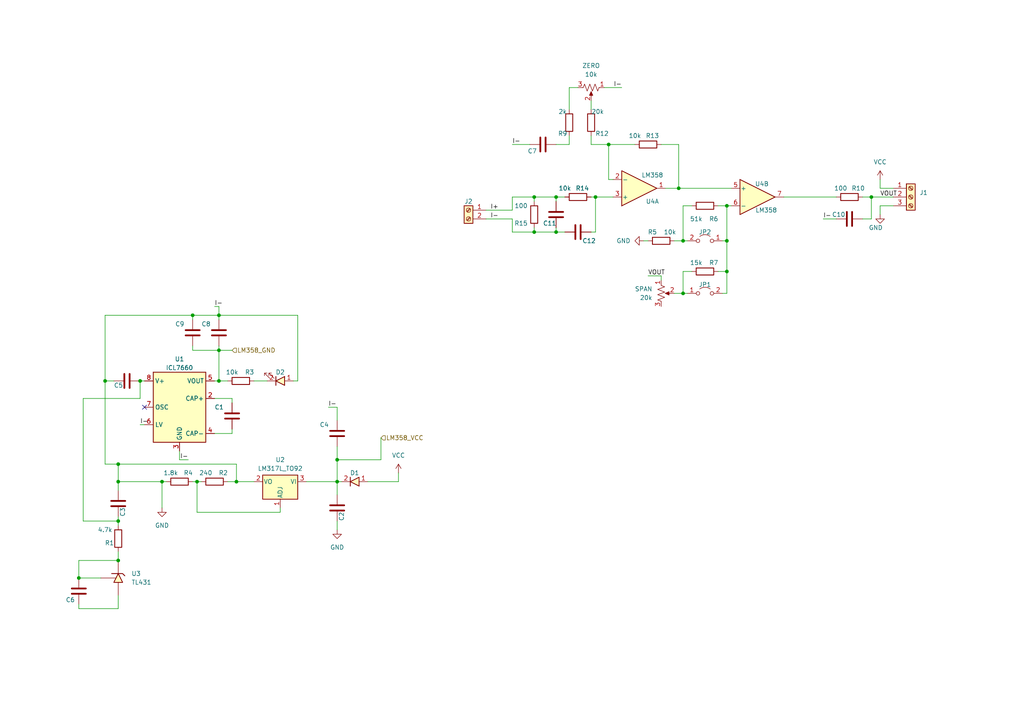
<source format=kicad_sch>
(kicad_sch (version 20230121) (generator eeschema)
  (paper "A4")
  (lib_symbols
    (symbol "Amplifier_Operational:LM358" (pin_names (offset 0.127))
      (property "Reference" "U" (at 0 5.08 0))
      (property "Value" "LM358" (at 0 -5.08 0))
      (symbol "LM358_1_1"
        (polyline (pts (xy -5.08 5.08) (xy 5.08 0) (xy -5.08 -5.08) (xy -5.08 5.08)) (stroke (width 0.254)) (fill (type background)))
        (pin output line (at 7.62 0 180) (length 2.54) (name "~") (number "1"))
        (pin input line (at -7.62 -2.54 0) (length 2.54) (name "-") (number "2"))
        (pin input line (at -7.62 2.54 0) (length 2.54) (name "+") (number "3"))
      )
      (symbol "LM358_2_1"
        (polyline (pts (xy -5.08 5.08) (xy 5.08 0) (xy -5.08 -5.08) (xy -5.08 5.08)) (stroke (width 0.254)) (fill (type background)))
        (pin input line (at -7.62 2.54 0) (length 2.54) (name "+") (number "5"))
        (pin input line (at -7.62 -2.54 0) (length 2.54) (name "-") (number "6"))
        (pin output line (at 7.62 0 180) (length 2.54) (name "~") (number "7"))
      )
      (symbol "LM358_3_1"
        (pin power_in line (at -2.54 -7.62 90) (length 3.81) (name "V-") (number "4"))
        (pin power_in line (at -2.54 7.62 270) (length 3.81) (name "V+") (number "8"))
      )
    )
    (symbol "Device:C" (pin_numbers hide) (pin_names (offset 0.254))
      (property "Reference" "C" (at 0.635 2.54 0))
      (property "Value" "C" (at 0.635 -2.54 0))
      (symbol "C_0_1"
        (polyline (pts (xy -2.032 -0.762) (xy 2.032 -0.762)) (stroke (width 0.508)))
        (polyline (pts (xy -2.032 0.762) (xy 2.032 0.762)) (stroke (width 0.508)))
      )
      (symbol "C_1_1"
        (pin passive line (at 0 3.81 270) (length 2.794) (name "~") (number "1"))
        (pin passive line (at 0 -3.81 90) (length 2.794) (name "~") (number "2"))
      )
    )
    (symbol "Device:R" (pin_numbers hide) (pin_names (offset 0))
      (property "Reference" "R" (at 2.032 0 90))
      (property "Value" "R" (at 0 0 90))
      (symbol "R_0_1"
        (rectangle (start -1.016 -2.54) (end 1.016 2.54) (stroke (width 0.254)))
      )
      (symbol "R_1_1"
        (pin passive line (at 0 3.81 270) (length 1.27) (name "~") (number "1"))
        (pin passive line (at 0 -3.81 90) (length 1.27) (name "~") (number "2"))
      )
    )
    (symbol "Device:R_Potentiometer_US" (pin_names (offset 1.016) hide)
      (property "Reference" "RV" (at -4.445 0 90))
      (property "Value" "R_Potentiometer_US" (at -2.54 0 90))
      (symbol "R_Potentiometer_US_0_1"
        (polyline (pts (xy 0 -2.286) (xy 0 -2.54)))
        (polyline (pts (xy 0 2.54) (xy 0 2.286)))
        (polyline (pts (xy 2.54 0) (xy 1.524 0)))
        (polyline (pts (xy 1.143 0) (xy 2.286 0.508) (xy 2.286 -0.508) (xy 1.143 0)) (fill (type outline)))
        (polyline (pts (xy 0 -0.762) (xy 1.016 -1.143) (xy 0 -1.524) (xy -1.016 -1.905) (xy 0 -2.286)))
        (polyline (pts (xy 0 0.762) (xy 1.016 0.381) (xy 0 0) (xy -1.016 -0.381) (xy 0 -0.762)))
        (polyline (pts (xy 0 2.286) (xy 1.016 1.905) (xy 0 1.524) (xy -1.016 1.143) (xy 0 0.762)))
      )
      (symbol "R_Potentiometer_US_1_1"
        (pin passive line (at 0 3.81 270) (length 1.27) (name "1") (number "1"))
        (pin passive line (at 3.81 0 180) (length 1.27) (name "2") (number "2"))
        (pin passive line (at 0 -3.81 90) (length 1.27) (name "3") (number "3"))
      )
    )
    (symbol "IVS_SYMBOLS:D_Diode"
      (property "Reference" "D" (at 0 2.54 0))
      (property "Value" "D_Diode" (at 0 -2.54 0))
      (symbol "D_Diode_0_1"
        (polyline (pts (xy 0 1.27) (xy 0 -1.27)) (stroke (width 0.254)))
        (polyline (pts (xy 2.54 1.27) (xy 2.54 -1.27) (xy 0 0) (xy 2.54 1.27)) (stroke (width 0.254)) (fill (type background)))
      )
      (symbol "D_Diode_1_1"
        (pin passive line (at 5.08 0 180) (length 2.54) (name "") (number "1"))
        (pin passive line (at -2.54 0 0) (length 2.54) (name "") (number "2"))
      )
    )
    (symbol "IVS_SYMBOLS:Led"
      (property "Reference" "LE" (at 0.508 -2.794 0))
      (property "Value" "Led" (at -0.254 2.794 0))
      (symbol "Led_0_1"
        (polyline (pts (xy 0 -1.27) (xy 0 1.27)) (stroke (width 0.254)))
        (polyline (pts (xy 2.54 -1.27) (xy 2.54 1.27) (xy 0 0) (xy 2.54 -1.27)) (stroke (width 0.254)) (fill (type background)))
        (polyline (pts (xy -1.778 -0.762) (xy -3.302 -2.286) (xy -2.54 -2.286) (xy -3.302 -2.286) (xy -3.302 -1.524)))
        (polyline (pts (xy -0.508 -0.762) (xy -2.032 -2.286) (xy -1.27 -2.286) (xy -2.032 -2.286) (xy -2.032 -1.524)))
      )
      (symbol "Led_1_1"
        (pin passive line (at 5.08 0 180) (length 2.54) (name "") (number "1"))
        (pin passive line (at -2.54 0 0) (length 2.54) (name "") (number "2"))
      )
    )
    (symbol "IVS_SYMBOLS:Screw_Terminal_01x02" (pin_names (offset 1.016) hide)
      (property "Reference" "J" (at 0 2.54 0))
      (property "Value" "Screw_Terminal_01x02" (at 0 -5.08 0))
      (symbol "Screw_Terminal_01x02_1_1"
        (rectangle (start -1.27 1.27) (end 1.27 -3.81) (stroke (width 0.254)) (fill (type background)))
        (circle (center 0 -2.54) (radius 0.635) (stroke (width 0.1524)))
        (polyline (pts (xy -0.5334 -2.2098) (xy 0.3302 -3.048)) (stroke (width 0.1524)))
        (polyline (pts (xy -0.5334 0.3302) (xy 0.3302 -0.508)) (stroke (width 0.1524)))
        (polyline (pts (xy -0.3556 -2.032) (xy 0.508 -2.8702)) (stroke (width 0.1524)))
        (polyline (pts (xy -0.3556 0.508) (xy 0.508 -0.3302)) (stroke (width 0.1524)))
        (circle (center 0 0) (radius 0.635) (stroke (width 0.1524)))
        (pin passive line (at -5.08 0 0) (length 3.81) (name "Pin_1") (number "1"))
        (pin passive line (at -5.08 -2.54 0) (length 3.81) (name "Pin_2") (number "2"))
      )
    )
    (symbol "IVS_SYMBOLS:Screw_Terminal_01x03" (pin_names (offset 1.016) hide)
      (property "Reference" "J" (at 0 5.08 0))
      (property "Value" "Screw_Terminal_01x03" (at 0 -5.08 0))
      (symbol "Screw_Terminal_01x03_1_1"
        (rectangle (start -1.27 3.81) (end 1.27 -3.81) (stroke (width 0.254)) (fill (type background)))
        (circle (center 0 -2.54) (radius 0.635) (stroke (width 0.1524)))
        (polyline (pts (xy -0.5334 -2.2098) (xy 0.3302 -3.048)) (stroke (width 0.1524)))
        (polyline (pts (xy -0.5334 0.3302) (xy 0.3302 -0.508)) (stroke (width 0.1524)))
        (polyline (pts (xy -0.5334 2.8702) (xy 0.3302 2.032)) (stroke (width 0.1524)))
        (polyline (pts (xy -0.3556 -2.032) (xy 0.508 -2.8702)) (stroke (width 0.1524)))
        (polyline (pts (xy -0.3556 0.508) (xy 0.508 -0.3302)) (stroke (width 0.1524)))
        (polyline (pts (xy -0.3556 3.048) (xy 0.508 2.2098)) (stroke (width 0.1524)))
        (circle (center 0 0) (radius 0.635) (stroke (width 0.1524)))
        (circle (center 0 2.54) (radius 0.635) (stroke (width 0.1524)))
        (pin passive line (at -5.08 2.54 0) (length 3.81) (name "Pin_1") (number "1"))
        (pin passive line (at -5.08 0 0) (length 3.81) (name "Pin_2") (number "2"))
        (pin passive line (at -5.08 -2.54 0) (length 3.81) (name "Pin_3") (number "3"))
      )
    )
    (symbol "IVS_SYMBOLS:TL431" (pin_numbers hide) (pin_names hide)
      (property "Reference" "U" (at 5.08 2.54 0))
      (property "Value" "TL431" (at 5.08 0 0))
      (symbol "TL431_0_1"
        (polyline (pts (xy -1.905 1.27) (xy 1.27 1.27) (xy 1.905 0.635)) (stroke (width 0.254)))
        (polyline (pts (xy 0 1.27) (xy -1.27 -1.27) (xy 0.635 -1.27) (xy 1.27 -1.27) (xy 0 1.27)) (stroke (width 0.254)) (fill (type background)))
      )
      (symbol "TL431_1_1"
        (pin passive line (at 0 5.08 270) (length 3.81) (name "K") (number "1"))
        (pin passive line (at -5.08 0 0) (length 4.5) (name "REF") (number "2"))
        (pin passive line (at 0 -5.08 90) (length 3.81) (name "A") (number "3"))
      )
    )
    (symbol "Jumper:Jumper_2_Open" (pin_names (offset 0) hide)
      (property "Reference" "JP" (at 0 2.794 0))
      (property "Value" "Jumper_2_Open" (at 0 -2.286 0))
      (symbol "Jumper_2_Open_0_0"
        (circle (center -2.032 0) (radius 0.508))
        (circle (center 2.032 0) (radius 0.508))
      )
      (symbol "Jumper_2_Open_0_1"
        (arc (start 1.524 1.27) (mid 0 1.778) (end -1.524 1.27))
      )
      (symbol "Jumper_2_Open_1_1"
        (pin passive line (at -5.08 0 0) (length 2.54) (name "A") (number "1"))
        (pin passive line (at 5.08 0 180) (length 2.54) (name "B") (number "2"))
      )
    )
    (symbol "Regulator_Linear:LM317L_TO92" (pin_names (offset 0.254))
      (property "Reference" "U" (at -3.81 3.175 0))
      (property "Value" "LM317L_TO92" (at 0 3.175 0))
      (symbol "LM317L_TO92_0_1"
        (rectangle (start -5.08 1.905) (end 5.08 -5.08) (stroke (width 0.254)) (fill (type background)))
      )
      (symbol "LM317L_TO92_1_1"
        (pin input line (at 0 -7.62 90) (length 2.54) (name "ADJ") (number "1"))
        (pin power_out line (at 7.62 0 180) (length 2.54) (name "VO") (number "2"))
        (pin power_in line (at -7.62 0 0) (length 2.54) (name "VI") (number "3"))
      )
    )
    (symbol "Regulator_SwitchedCapacitor:ICL7660"
      (property "Reference" "U" (at -6.35 11.43 0))
      (property "Value" "ICL7660" (at 3.81 11.43 0))
      (symbol "ICL7660_0_1"
        (rectangle (start -7.62 10.16) (end 7.62 -10.16) (stroke (width 0.254)) (fill (type background)))
      )
      (symbol "ICL7660_1_1"
        (pin no_connect line (at -7.62 5.08 0) (length 2.54) hide (name "NC") (number "1"))
        (pin input line (at 10.16 2.54 180) (length 2.54) (name "CAP+") (number "2"))
        (pin power_in line (at 0 -12.7 90) (length 2.54) (name "GND") (number "3"))
        (pin input line (at 10.16 -7.62 180) (length 2.54) (name "CAP-") (number "4"))
        (pin power_out line (at 10.16 7.62 180) (length 2.54) (name "VOUT") (number "5"))
        (pin input line (at -10.16 -5.08 0) (length 2.54) (name "LV") (number "6"))
        (pin input line (at -10.16 0 0) (length 2.54) (name "OSC") (number "7"))
        (pin power_in line (at -10.16 7.62 0) (length 2.54) (name "V+") (number "8"))
      )
    )
    (symbol "power:GND" (power) (pin_names (offset 0))
      (property "Value" "GND" (at 0 -3.81 0))
      (symbol "GND_0_1"
        (polyline (pts (xy 0 0) (xy 0 -1.27) (xy 1.27 -1.27) (xy 0 -2.54) (xy -1.27 -1.27) (xy 0 -1.27)))
      )
      (symbol "GND_1_1"
        (pin power_in line (at 0 0 270) (length 0) hide (name "GND") (number "1"))
      )
    )
    (symbol "power:VCC" (power) (pin_names (offset 0))
      (property "Value" "VCC" (at 0 3.81 0))
      (symbol "VCC_0_1"
        (polyline (pts (xy -0.762 1.27) (xy 0 2.54)))
        (polyline (pts (xy 0 0) (xy 0 2.54)))
        (polyline (pts (xy 0 2.54) (xy 0.762 1.27)))
      )
      (symbol "VCC_1_1"
        (pin power_in line (at 0 0 90) (length 0) hide (name "VCC") (number "1"))
      )
    )
  )
  (junction (at 97.79 133.35))
  (junction (at 22.86 167.64))
  (junction (at 63.5 91.44))
  (junction (at 172.72 57.15))
  (junction (at 154.94 57.15))
  (junction (at 68.58 139.7))
  (junction (at 34.29 151.13))
  (junction (at 210.82 59.69))
  (junction (at 198.12 69.85))
  (junction (at 196.85 54.61))
  (junction (at 63.5 110.49))
  (junction (at 161.29 57.15))
  (junction (at 57.15 139.7))
  (junction (at 55.88 91.44))
  (junction (at 46.99 139.7))
  (junction (at 210.82 78.74))
  (junction (at 176.53 41.91))
  (junction (at 97.79 139.7))
  (junction (at 63.5 101.6))
  (junction (at 210.82 69.85))
  (junction (at 40.64 110.49))
  (junction (at 161.29 67.31))
  (junction (at 34.29 139.7))
  (junction (at 34.29 134.62))
  (junction (at 30.48 110.49))
  (junction (at 154.94 67.31))
  (junction (at 252.73 57.15))
  (junction (at 34.29 162.56))
  (junction (at 198.12 85.09))
  (no_connect (at 41.91 118.11))
  (wire (pts (xy 172.72 57.15) (xy 172.72 67.31)))
  (wire (pts (xy 34.29 151.13) (xy 34.29 152.4)))
  (wire (pts (xy 196.85 54.61) (xy 212.09 54.61)))
  (wire (pts (xy 177.8 52.07) (xy 176.53 52.07)))
  (wire (pts (xy 171.45 29.21) (xy 171.45 31.75)))
  (wire (pts (xy 154.94 67.31) (xy 161.29 67.31)))
  (wire (pts (xy 55.88 101.6) (xy 63.5 101.6)))
  (wire (pts (xy 161.29 57.15) (xy 163.83 57.15)))
  (wire (pts (xy 63.5 100.33) (xy 63.5 101.6)))
  (wire (pts (xy 62.23 110.49) (xy 63.5 110.49)))
  (wire (pts (xy 62.23 88.9) (xy 63.5 88.9)))
  (wire (pts (xy 86.36 91.44) (xy 86.36 110.49)))
  (wire (pts (xy 210.82 69.85) (xy 210.82 78.74)))
  (wire (pts (xy 252.73 57.15) (xy 259.08 57.15)))
  (wire (pts (xy 34.29 134.62) (xy 34.29 139.7)))
  (wire (pts (xy 57.15 139.7) (xy 58.42 139.7)))
  (wire (pts (xy 67.31 125.73) (xy 67.31 124.46)))
  (wire (pts (xy 154.94 67.31) (xy 148.59 67.31)))
  (wire (pts (xy 110.49 133.35) (xy 97.79 133.35)))
  (wire (pts (xy 81.28 148.59) (xy 57.15 148.59)))
  (wire (pts (xy 67.31 115.57) (xy 67.31 116.84)))
  (wire (pts (xy 171.45 57.15) (xy 172.72 57.15)))
  (wire (pts (xy 55.88 91.44) (xy 55.88 92.71)))
  (wire (pts (xy 255.27 52.07) (xy 255.27 54.61)))
  (wire (pts (xy 88.9 139.7) (xy 97.79 139.7)))
  (wire (pts (xy 250.19 57.15) (xy 252.73 57.15)))
  (wire (pts (xy 97.79 121.92) (xy 97.79 118.11)))
  (wire (pts (xy 63.5 91.44) (xy 63.5 92.71)))
  (wire (pts (xy 55.88 100.33) (xy 55.88 101.6)))
  (wire (pts (xy 140.97 63.5) (xy 148.59 63.5)))
  (wire (pts (xy 154.94 67.31) (xy 154.94 66.04)))
  (wire (pts (xy 259.08 59.69) (xy 255.27 59.69)))
  (wire (pts (xy 165.1 41.91) (xy 165.1 39.37)))
  (wire (pts (xy 97.79 139.7) (xy 99.06 139.7)))
  (wire (pts (xy 167.64 25.4) (xy 165.1 25.4)))
  (wire (pts (xy 40.64 115.57) (xy 24.13 115.57)))
  (wire (pts (xy 210.82 59.69) (xy 210.82 69.85)))
  (wire (pts (xy 200.66 59.69) (xy 198.12 59.69)))
  (wire (pts (xy 161.29 57.15) (xy 161.29 58.42)))
  (wire (pts (xy 196.85 41.91) (xy 196.85 54.61)))
  (wire (pts (xy 140.97 60.96) (xy 148.59 60.96)))
  (wire (pts (xy 86.36 110.49) (xy 85.09 110.49)))
  (wire (pts (xy 238.76 63.5) (xy 242.57 63.5)))
  (wire (pts (xy 34.29 139.7) (xy 46.99 139.7)))
  (wire (pts (xy 24.13 115.57) (xy 24.13 151.13)))
  (wire (pts (xy 55.88 91.44) (xy 63.5 91.44)))
  (wire (pts (xy 165.1 25.4) (xy 165.1 31.75)))
  (wire (pts (xy 40.64 123.19) (xy 41.91 123.19)))
  (wire (pts (xy 176.53 52.07) (xy 176.53 41.91)))
  (wire (pts (xy 66.04 139.7) (xy 68.58 139.7)))
  (wire (pts (xy 62.23 125.73) (xy 67.31 125.73)))
  (wire (pts (xy 195.58 85.09) (xy 198.12 85.09)))
  (wire (pts (xy 24.13 151.13) (xy 34.29 151.13)))
  (wire (pts (xy 250.19 63.5) (xy 252.73 63.5)))
  (wire (pts (xy 255.27 59.69) (xy 255.27 62.23)))
  (wire (pts (xy 198.12 78.74) (xy 198.12 85.09)))
  (wire (pts (xy 198.12 69.85) (xy 199.39 69.85)))
  (wire (pts (xy 148.59 60.96) (xy 148.59 57.15)))
  (wire (pts (xy 106.68 139.7) (xy 115.57 139.7)))
  (wire (pts (xy 55.88 139.7) (xy 57.15 139.7)))
  (wire (pts (xy 34.29 149.86) (xy 34.29 151.13)))
  (wire (pts (xy 34.29 160.02) (xy 34.29 162.56)))
  (wire (pts (xy 209.55 69.85) (xy 210.82 69.85)))
  (wire (pts (xy 176.53 41.91) (xy 184.15 41.91)))
  (wire (pts (xy 40.64 110.49) (xy 40.64 115.57)))
  (wire (pts (xy 40.64 110.49) (xy 41.91 110.49)))
  (wire (pts (xy 68.58 134.62) (xy 34.29 134.62)))
  (wire (pts (xy 62.23 115.57) (xy 67.31 115.57)))
  (wire (pts (xy 196.85 54.61) (xy 193.04 54.61)))
  (wire (pts (xy 46.99 139.7) (xy 48.26 139.7)))
  (wire (pts (xy 63.5 101.6) (xy 63.5 110.49)))
  (wire (pts (xy 97.79 133.35) (xy 97.79 139.7)))
  (wire (pts (xy 198.12 69.85) (xy 195.58 69.85)))
  (wire (pts (xy 46.99 139.7) (xy 46.99 147.32)))
  (wire (pts (xy 180.34 25.4) (xy 175.26 25.4)))
  (wire (pts (xy 97.79 129.54) (xy 97.79 133.35)))
  (wire (pts (xy 252.73 63.5) (xy 252.73 57.15)))
  (wire (pts (xy 255.27 54.61) (xy 259.08 54.61)))
  (wire (pts (xy 22.86 176.53) (xy 34.29 176.53)))
  (wire (pts (xy 63.5 88.9) (xy 63.5 91.44)))
  (wire (pts (xy 52.07 133.35) (xy 54.61 133.35)))
  (wire (pts (xy 148.59 41.91) (xy 153.67 41.91)))
  (wire (pts (xy 227.33 57.15) (xy 242.57 57.15)))
  (wire (pts (xy 57.15 148.59) (xy 57.15 139.7)))
  (wire (pts (xy 208.28 78.74) (xy 210.82 78.74)))
  (wire (pts (xy 208.28 59.69) (xy 210.82 59.69)))
  (wire (pts (xy 198.12 59.69) (xy 198.12 69.85)))
  (wire (pts (xy 210.82 59.69) (xy 212.09 59.69)))
  (wire (pts (xy 161.29 67.31) (xy 163.83 67.31)))
  (wire (pts (xy 52.07 130.81) (xy 52.07 133.35)))
  (wire (pts (xy 68.58 139.7) (xy 73.66 139.7)))
  (wire (pts (xy 34.29 162.56) (xy 22.86 162.56)))
  (wire (pts (xy 34.29 172.72) (xy 34.29 176.53)))
  (wire (pts (xy 81.28 147.32) (xy 81.28 148.59)))
  (wire (pts (xy 154.94 57.15) (xy 154.94 58.42)))
  (wire (pts (xy 63.5 110.49) (xy 66.04 110.49)))
  (wire (pts (xy 161.29 67.31) (xy 161.29 66.04)))
  (wire (pts (xy 110.49 127) (xy 110.49 133.35)))
  (wire (pts (xy 30.48 110.49) (xy 33.02 110.49)))
  (wire (pts (xy 148.59 67.31) (xy 148.59 63.5)))
  (wire (pts (xy 172.72 67.31) (xy 171.45 67.31)))
  (wire (pts (xy 209.55 85.09) (xy 210.82 85.09)))
  (wire (pts (xy 95.25 118.11) (xy 97.79 118.11)))
  (wire (pts (xy 34.29 139.7) (xy 34.29 142.24)))
  (wire (pts (xy 172.72 57.15) (xy 177.8 57.15)))
  (wire (pts (xy 187.96 80.01) (xy 191.77 80.01)))
  (wire (pts (xy 191.77 81.28) (xy 191.77 80.01)))
  (wire (pts (xy 161.29 41.91) (xy 165.1 41.91)))
  (wire (pts (xy 210.82 85.09) (xy 210.82 78.74)))
  (wire (pts (xy 22.86 176.53) (xy 22.86 175.26)))
  (wire (pts (xy 22.86 167.64) (xy 29.21 167.64)))
  (wire (pts (xy 30.48 110.49) (xy 30.48 91.44)))
  (wire (pts (xy 30.48 91.44) (xy 55.88 91.44)))
  (wire (pts (xy 68.58 139.7) (xy 68.58 134.62)))
  (wire (pts (xy 97.79 139.7) (xy 97.79 143.51)))
  (wire (pts (xy 97.79 151.13) (xy 97.79 153.67)))
  (wire (pts (xy 198.12 85.09) (xy 199.39 85.09)))
  (wire (pts (xy 187.96 69.85) (xy 186.69 69.85)))
  (wire (pts (xy 171.45 41.91) (xy 171.45 39.37)))
  (wire (pts (xy 191.77 41.91) (xy 196.85 41.91)))
  (wire (pts (xy 115.57 139.7) (xy 115.57 137.16)))
  (wire (pts (xy 86.36 91.44) (xy 63.5 91.44)))
  (wire (pts (xy 171.45 41.91) (xy 176.53 41.91)))
  (wire (pts (xy 30.48 134.62) (xy 34.29 134.62)))
  (wire (pts (xy 200.66 78.74) (xy 198.12 78.74)))
  (wire (pts (xy 154.94 57.15) (xy 161.29 57.15)))
  (wire (pts (xy 73.66 110.49) (xy 77.47 110.49)))
  (wire (pts (xy 30.48 134.62) (xy 30.48 110.49)))
  (wire (pts (xy 63.5 101.6) (xy 67.31 101.6)))
  (wire (pts (xy 148.59 57.15) (xy 154.94 57.15)))
  (wire (pts (xy 22.86 162.56) (xy 22.86 167.64)))
  (label "VOUT" (at 187.96 80.01 0))
  (label "VOUT" (at 255.27 57.15 0))
  (label "I-" (at 238.76 63.5 0))
  (label "I+" (at 142.24 60.96 0))
  (label "I-" (at 54.61 133.35 180))
  (label "I-" (at 142.24 63.5 0))
  (label "I-" (at 95.25 118.11 0))
  (label "I-" (at 40.64 123.19 0))
  (label "I-" (at 180.34 25.4 180))
  (label "I-" (at 62.23 88.9 0))
  (label "I-" (at 148.59 41.91 0))
  (hierarchical_label "LM358_VCC" (shape input) (at 110.49 127 0))
  (hierarchical_label "LM358_GND" (shape input) (at 67.31 101.6 0))
  (symbol (lib_id "Jumper:Jumper_2_Open") (at 204.47 69.85 0) (mirror y) (unit 1)
    (property "Reference" "JP2" (at 204.47 67.31 0))
    (property "Value" "Jumper_2_Open" (effects hide))
  )
  (symbol (lib_id "Device:C") (at 22.86 171.45 0) (unit 1)
    (property "Reference" "C6" (at 19.05 173.99 0) (effects (justify left)))
    (property "Value" "10uF" (effects hide))
  )
  (symbol (lib_id "Regulator_SwitchedCapacitor:ICL7660") (at 52.07 118.11 0) (unit 1)
    (property "Reference" "U1" (at 52.07 104.14 0))
    (property "Value" "ICL7660" (at 52.07 106.68 0))
    (property "Datasheet" "http://datasheets.maximintegrated.com/en/ds/ICL7660-MAX1044.pdf" (effects hide))
  )
  (symbol (lib_id "IVS_SYMBOLS:Led") (at 80.01 110.49 0) (mirror x) (unit 1)
    (property "Reference" "D2" (at 81.28 107.95 0))
    (property "Value" "Led" (effects hide))
  )
  (symbol (lib_id "Device:R") (at 62.23 139.7 90) (unit 1)
    (property "Reference" "R2" (at 64.77 137.16 90))
    (property "Value" "240" (at 59.69 137.16 90))
  )
  (symbol (lib_id "power:GND") (at 255.27 62.23 0) (unit 1)
    (property "Reference" "#PWR02" (effects hide))
    (property "Value" "GND" (at 254 66.04 0))
  )
  (symbol (lib_id "IVS_SYMBOLS:TL431") (at 34.29 167.64 0) (unit 1)
    (property "Reference" "U3" (at 38.1 166.37 0) (effects (justify left)))
    (property "Value" "TL431" (at 38.1 168.91 0) (effects (justify left)))
    (property "Footprint" "IVS_FOOTPRINTS:SOT23-3" (effects hide))
    (property "Datasheet" "http://www.ti.com/lit/ds/symlink/tl431.pdf" (effects hide))
  )
  (symbol (lib_id "Jumper:Jumper_2_Open") (at 204.47 85.09 0) (unit 1)
    (property "Reference" "JP1" (at 204.47 82.55 0))
    (property "Value" "Jumper_2_Open" (effects hide))
  )
  (symbol (lib_id "IVS_SYMBOLS:Screw_Terminal_01x03") (at 264.16 57.15 0) (unit 1)
    (property "Reference" "J1" (at 266.7 55.88 0) (effects (justify left)))
    (property "Value" "Screw_Terminal_01x03" (effects hide))
  )
  (symbol (lib_id "Device:R") (at 167.64 57.15 90) (unit 1)
    (property "Reference" "R14" (at 168.91 54.61 90))
    (property "Value" "10k" (at 163.83 54.61 90))
  )
  (symbol (lib_id "Device:C") (at 167.64 67.31 270) (unit 1)
    (property "Reference" "C12" (at 168.91 69.85 90) (effects (justify left)))
    (property "Value" "10uF" (effects hide))
  )
  (symbol (lib_id "Device:R") (at 246.38 57.15 90) (unit 1)
    (property "Reference" "R10" (at 248.92 54.61 90))
    (property "Value" "100" (at 243.84 54.61 90))
  )
  (symbol (lib_id "Device:C") (at 246.38 63.5 270) (unit 1)
    (property "Reference" "C10" (at 241.3 62.23 90) (effects (justify left)))
    (property "Value" "10uF" (effects hide))
  )
  (symbol (lib_id "Device:C") (at 34.29 146.05 0) (unit 1)
    (property "Reference" "C3" (at 35.56 149.86 90) (effects (justify left)))
    (property "Value" "10uF" (effects hide))
  )
  (symbol (lib_id "Amplifier_Operational:LM358") (at 219.71 57.15 0) (unit 2)
    (property "Reference" "U4" (at 220.98 53.34 0))
    (property "Value" "LM358" (at 222.25 60.96 0))
    (property "Datasheet" "http://www.ti.com/lit/ds/symlink/lm2904-n.pdf" (effects hide))
  )
  (symbol (lib_id "Device:R") (at 34.29 156.21 180) (unit 1)
    (property "Reference" "R1" (at 31.75 157.48 0))
    (property "Value" "4.7k" (at 30.48 153.67 0))
  )
  (symbol (lib_id "power:GND") (at 186.69 69.85 270) (mirror x) (unit 1)
    (property "Reference" "#PWR06" (effects hide))
    (property "Value" "GND" (at 182.88 69.85 90) (effects (justify right)))
  )
  (symbol (lib_id "Device:C") (at 97.79 147.32 0) (unit 1)
    (property "Reference" "C2" (at 99.06 151.13 90) (effects (justify left)))
    (property "Value" "10uF" (effects hide))
  )
  (symbol (lib_id "Device:C") (at 36.83 110.49 270) (unit 1)
    (property "Reference" "C5" (at 33.02 111.76 90) (effects (justify left)))
    (property "Value" "10uF" (effects hide))
  )
  (symbol (lib_id "Device:R") (at 165.1 35.56 0) (unit 1)
    (property "Reference" "R9" (at 163.195 38.735 0))
    (property "Value" "2k" (at 163.195 32.385 0))
  )
  (symbol (lib_id "Device:R") (at 69.85 110.49 90) (unit 1)
    (property "Reference" "R3" (at 72.39 107.95 90))
    (property "Value" "10k" (at 67.31 107.95 90))
  )
  (symbol (lib_id "Device:R") (at 204.47 78.74 90) (unit 1)
    (property "Reference" "R7" (at 207.01 76.2 90))
    (property "Value" "15k" (at 201.93 76.2 90))
  )
  (symbol (lib_id "Amplifier_Operational:LM358") (at 185.42 54.61 0) (mirror x) (unit 1)
    (property "Reference" "U4" (at 189.23 58.42 0))
    (property "Value" "LM358" (at 189.23 50.8 0))
    (property "Datasheet" "http://www.ti.com/lit/ds/symlink/lm2904-n.pdf" (effects hide))
  )
  (symbol (lib_id "Device:C") (at 67.31 120.65 0) (unit 1)
    (property "Reference" "C1" (at 62.23 118.11 0) (effects (justify left)))
    (property "Value" "10uF" (effects hide))
  )
  (symbol (lib_id "Device:R") (at 52.07 139.7 90) (unit 1)
    (property "Reference" "R4" (at 54.61 137.16 90))
    (property "Value" "1.8k" (at 49.53 137.16 90))
  )
  (symbol (lib_id "IVS_SYMBOLS:D_Diode") (at 101.6 139.7 0) (mirror x) (unit 1)
    (property "Reference" "D1" (at 102.87 137.16 0))
    (property "Value" "D_Diode" (effects hide))
    (property "Footprint" "IVS_FOOTPRINTS:D_SMA" (effects hide))
  )
  (symbol (lib_id "Device:C") (at 161.29 62.23 0) (unit 1)
    (property "Reference" "C11" (at 157.48 64.77 0) (effects (justify left)))
    (property "Value" "10uF" (effects hide))
  )
  (symbol (lib_id "Device:R_Potentiometer_US") (at 191.77 85.09 0) (unit 1)
    (property "Reference" "SPAN" (at 189.23 83.82 0) (effects (justify right)))
    (property "Value" "20k" (at 189.23 86.36 0) (effects (justify right)))
  )
  (symbol (lib_id "Device:R") (at 154.94 62.23 0) (unit 1)
    (property "Reference" "R15" (at 151.13 64.77 0))
    (property "Value" "100" (at 151.13 59.69 0))
  )
  (symbol (lib_id "Regulator_Linear:LM317L_TO92") (at 81.28 139.7 0) (mirror y) (unit 1)
    (property "Reference" "U2" (at 81.28 133.35 0))
    (property "Value" "LM317L_TO92" (at 81.28 135.89 0))
    (property "Footprint" "Package_TO_SOT_THT:TO-92_Inline" (effects hide))
    (property "Datasheet" "http://www.ti.com/lit/ds/snvs775k/snvs775k.pdf" (effects hide))
  )
  (symbol (lib_id "power:VCC") (at 255.27 52.07 0) (unit 1)
    (property "Reference" "#PWR01" (effects hide))
    (property "Value" "VCC" (at 255.27 46.99 0))
  )
  (symbol (lib_id "Device:R") (at 191.77 69.85 270) (mirror x) (unit 1)
    (property "Reference" "R5" (at 189.23 67.31 90))
    (property "Value" "10k" (at 194.31 67.31 90))
  )
  (symbol (lib_id "Device:C") (at 63.5 96.52 0) (unit 1)
    (property "Reference" "C8" (at 58.42 93.98 0) (effects (justify left)))
    (property "Value" "10uF" (effects hide))
  )
  (symbol (lib_id "Device:R_Potentiometer_US") (at 171.45 25.4 270) (unit 1)
    (property "Reference" "ZERO" (at 171.45 19.05 90))
    (property "Value" "10k" (at 171.45 21.59 90))
  )
  (symbol (lib_id "Device:C") (at 157.48 41.91 270) (unit 1)
    (property "Reference" "C7" (at 153.035 43.815 90) (effects (justify left)))
    (property "Value" "10uF" (effects hide))
  )
  (symbol (lib_id "Device:C") (at 97.79 125.73 0) (unit 1)
    (property "Reference" "C4" (at 92.71 123.19 0) (effects (justify left)))
    (property "Value" "10uF" (effects hide))
  )
  (symbol (lib_id "Device:C") (at 55.88 96.52 0) (unit 1)
    (property "Reference" "C9" (at 50.8 93.98 0) (effects (justify left)))
    (property "Value" "10uF" (effects hide))
  )
  (symbol (lib_id "Device:R") (at 171.45 35.56 0) (unit 1)
    (property "Reference" "R12" (at 174.625 38.735 0))
    (property "Value" "20k" (at 173.355 32.385 0))
  )
  (symbol (lib_id "power:VCC") (at 115.57 137.16 0) (unit 1)
    (property "Reference" "#PWR05" (effects hide))
    (property "Value" "VCC" (at 115.57 132.08 0))
  )
  (symbol (lib_id "Device:R") (at 187.96 41.91 90) (unit 1)
    (property "Reference" "R13" (at 189.23 39.37 90))
    (property "Value" "10k" (at 184.15 39.37 90))
  )
  (symbol (lib_id "power:GND") (at 97.79 153.67 0) (unit 1)
    (property "Reference" "#PWR04" (effects hide))
    (property "Value" "GND" (at 97.79 158.75 0))
  )
  (symbol (lib_id "Device:R") (at 204.47 59.69 90) (unit 1)
    (property "Reference" "R6" (at 207.01 63.5 90))
    (property "Value" "51k" (at 201.93 63.5 90))
  )
  (symbol (lib_id "IVS_SYMBOLS:Screw_Terminal_01x02") (at 135.89 60.96 0) (mirror y) (unit 1)
    (property "Reference" "J2" (at 135.89 58.42 0))
    (property "Value" "Screw_Terminal_01x02" (effects hide))
  )
  (symbol (lib_id "power:GND") (at 46.99 147.32 0) (unit 1)
    (property "Reference" "#PWR03" (effects hide))
    (property "Value" "GND" (at 46.99 152.4 0))
  )
)
</source>
